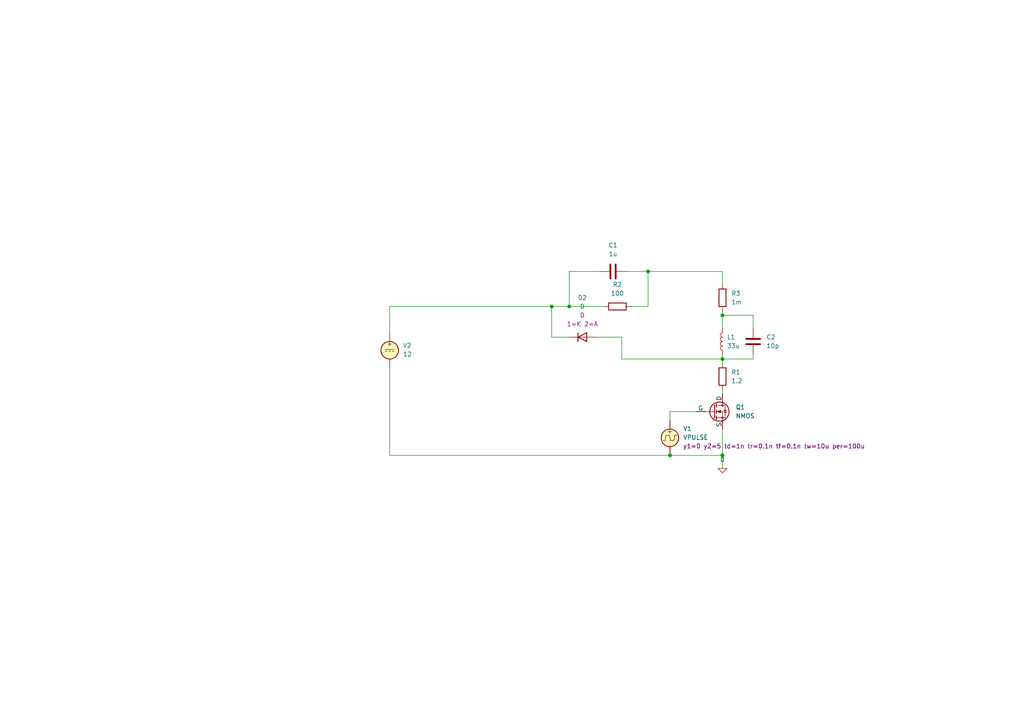
<source format=kicad_sch>
(kicad_sch (version 20230121) (generator eeschema)
  (paper "A4")
  (lib_symbols
    (symbol "Device:C" (pin_numbers hide) (pin_names (offset 0.254))
      (property "Reference" "C" (at 0.635 2.54 0))
      (property "Value" "C" (at 0.635 -2.54 0))
      (symbol "C_0_1"
        (polyline (pts (xy -2.032 -0.762) (xy 2.032 -0.762)) (stroke (width 0.508)))
        (polyline (pts (xy -2.032 0.762) (xy 2.032 0.762)) (stroke (width 0.508)))
      )
      (symbol "C_1_1"
        (pin passive line (at 0 3.81 270) (length 2.794) (name "~") (number "1"))
        (pin passive line (at 0 -3.81 90) (length 2.794) (name "~") (number "2"))
      )
    )
    (symbol "Device:L" (pin_numbers hide) (pin_names (offset 1.016) hide)
      (property "Reference" "L" (at -1.27 0 90))
      (property "Value" "L" (at 1.905 0 90))
      (symbol "L_0_1"
        (arc (start 0 -2.54) (mid 0.6323 -1.905) (end 0 -1.27))
        (arc (start 0 -1.27) (mid 0.6323 -0.635) (end 0 0))
        (arc (start 0 0) (mid 0.6323 0.635) (end 0 1.27))
        (arc (start 0 1.27) (mid 0.6323 1.905) (end 0 2.54))
      )
      (symbol "L_1_1"
        (pin passive line (at 0 3.81 270) (length 1.27) (name "1") (number "1"))
        (pin passive line (at 0 -3.81 90) (length 1.27) (name "2") (number "2"))
      )
    )
    (symbol "Device:R" (pin_numbers hide) (pin_names (offset 0))
      (property "Reference" "R" (at 2.032 0 90))
      (property "Value" "R" (at 0 0 90))
      (symbol "R_0_1"
        (rectangle (start -1.016 -2.54) (end 1.016 2.54) (stroke (width 0.254)))
      )
      (symbol "R_1_1"
        (pin passive line (at 0 3.81 270) (length 1.27) (name "~") (number "1"))
        (pin passive line (at 0 -3.81 90) (length 1.27) (name "~") (number "2"))
      )
    )
    (symbol "Simulation_SPICE:0" (power) (pin_names (offset 0))
      (property "Value" "0" (at 0 -1.778 0))
      (symbol "0_0_1"
        (polyline (pts (xy -1.27 0) (xy 0 -1.27) (xy 1.27 0) (xy -1.27 0)))
      )
      (symbol "0_1_1"
        (pin power_in line (at 0 0 0) (length 0) hide (name "0") (number "1"))
      )
    )
    (symbol "Simulation_SPICE:D" (pin_numbers hide) (pin_names (offset 1.016) hide)
      (property "Reference" "D" (at 0 2.54 0))
      (property "Value" "D" (at 0 -2.54 0))
      (property "Sim.Device" "D" (at 0 0 0))
      (property "Sim.Pins" "1=K 2=A" (at 0 0 0))
      (symbol "D_0_1"
        (polyline (pts (xy -1.27 1.27) (xy -1.27 -1.27)) (stroke (width 0.254)))
        (polyline (pts (xy 1.27 0) (xy -1.27 0)))
        (polyline (pts (xy 1.27 1.27) (xy 1.27 -1.27) (xy -1.27 0) (xy 1.27 1.27)) (stroke (width 0.254)))
      )
      (symbol "D_1_1"
        (pin passive line (at -3.81 0 0) (length 2.54) (name "K") (number "1"))
        (pin passive line (at 3.81 0 180) (length 2.54) (name "A") (number "2"))
      )
    )
    (symbol "Simulation_SPICE:NMOS" (pin_numbers hide) (pin_names (offset 0))
      (property "Reference" "Q" (at 5.08 1.27 0))
      (property "Value" "NMOS" (at 5.08 -1.27 0))
      (symbol "NMOS_0_1"
        (polyline (pts (xy 0.254 0) (xy -2.54 0)))
        (polyline (pts (xy 0.254 1.905) (xy 0.254 -1.905)) (stroke (width 0.254)))
        (polyline (pts (xy 0.762 -1.27) (xy 0.762 -2.286)) (stroke (width 0.254)))
        (polyline (pts (xy 0.762 0.508) (xy 0.762 -0.508)) (stroke (width 0.254)))
        (polyline (pts (xy 0.762 2.286) (xy 0.762 1.27)) (stroke (width 0.254)))
        (polyline (pts (xy 2.54 2.54) (xy 2.54 1.778)))
        (polyline (pts (xy 2.54 -2.54) (xy 2.54 0) (xy 0.762 0)))
        (polyline (pts (xy 0.762 -1.778) (xy 3.302 -1.778) (xy 3.302 1.778) (xy 0.762 1.778)))
        (polyline (pts (xy 1.016 0) (xy 2.032 0.381) (xy 2.032 -0.381) (xy 1.016 0)) (fill (type outline)))
        (polyline (pts (xy 2.794 0.508) (xy 2.921 0.381) (xy 3.683 0.381) (xy 3.81 0.254)))
        (polyline (pts (xy 3.302 0.381) (xy 2.921 -0.254) (xy 3.683 -0.254) (xy 3.302 0.381)))
        (circle (center 1.651 0) (radius 2.794) (stroke (width 0.254)))
        (circle (center 2.54 -1.778) (radius 0.254) (fill (type outline)))
        (circle (center 2.54 1.778) (radius 0.254) (fill (type outline)))
      )
      (symbol "NMOS_1_1"
        (pin passive line (at 2.54 5.08 270) (length 2.54) (name "D") (number "1"))
        (pin input line (at -5.08 0 0) (length 2.54) (name "G") (number "2"))
        (pin passive line (at 2.54 -5.08 90) (length 2.54) (name "S") (number "3"))
      )
    )
    (symbol "Simulation_SPICE:VDC" (pin_numbers hide) (pin_names (offset 0.0254))
      (property "Reference" "V" (at 2.54 2.54 0))
      (property "Value" "1" (at 2.54 0 0))
      (symbol "VDC_0_0"
        (polyline (pts (xy -1.27 0.254) (xy 1.27 0.254)))
        (polyline (pts (xy -0.762 -0.254) (xy -1.27 -0.254)))
        (polyline (pts (xy 0.254 -0.254) (xy -0.254 -0.254)))
        (polyline (pts (xy 1.27 -0.254) (xy 0.762 -0.254)))
        (text "+" (at 0 1.905 0) (effects (font (size 1.27 1.27))))
      )
      (symbol "VDC_0_1"
        (circle (center 0 0) (radius 2.54) (stroke (width 0.254)) (fill (type background)))
      )
      (symbol "VDC_1_1"
        (pin passive line (at 0 5.08 270) (length 2.54) (name "~") (number "1"))
        (pin passive line (at 0 -5.08 90) (length 2.54) (name "~") (number "2"))
      )
    )
    (symbol "Simulation_SPICE:VPULSE" (pin_numbers hide) (pin_names (offset 0.0254))
      (property "Reference" "V" (at 2.54 2.54 0))
      (property "Value" "VPULSE" (at 2.54 0 0))
      (property "Sim.Params" "y1=0 y2=1 td=2n tr=2n tf=2n tw=50n per=100n" (at 2.54 -2.54 0))
      (symbol "VPULSE_0_0"
        (polyline (pts (xy -2.032 -0.762) (xy -1.397 -0.762) (xy -1.143 0.762) (xy -0.127 0.762) (xy 0.127 -0.762) (xy 1.143 -0.762) (xy 1.397 0.762) (xy 2.032 0.762)))
        (text "+" (at 0 1.905 0) (effects (font (size 1.27 1.27))))
      )
      (symbol "VPULSE_0_1"
        (circle (center 0 0) (radius 2.54) (stroke (width 0.254)) (fill (type background)))
      )
      (symbol "VPULSE_1_1"
        (pin passive line (at 0 5.08 270) (length 2.54) (name "~") (number "1"))
        (pin passive line (at 0 -5.08 90) (length 2.54) (name "~") (number "2"))
      )
    )
  )
  (junction (at 194.31 132.08))
  (junction (at 187.96 78.74))
  (junction (at 209.55 132.08))
  (junction (at 209.55 91.44))
  (junction (at 160.02 88.9))
  (junction (at 209.55 104.14))
  (junction (at 165.1 88.9))
  (wire (pts (xy 209.55 91.44) (xy 209.55 95.25)))
  (wire (pts (xy 218.44 102.87) (xy 218.44 104.14)))
  (wire (pts (xy 113.03 132.08) (xy 194.31 132.08)))
  (wire (pts (xy 209.55 90.17) (xy 209.55 91.44)))
  (wire (pts (xy 209.55 78.74) (xy 209.55 82.55)))
  (wire (pts (xy 180.34 97.79) (xy 180.34 104.14)))
  (wire (pts (xy 187.96 78.74) (xy 187.96 88.9)))
  (wire (pts (xy 172.72 97.79) (xy 180.34 97.79)))
  (wire (pts (xy 160.02 97.79) (xy 160.02 88.9)))
  (wire (pts (xy 182.88 88.9) (xy 187.96 88.9)))
  (wire (pts (xy 181.61 78.74) (xy 187.96 78.74)))
  (wire (pts (xy 194.31 132.08) (xy 209.55 132.08)))
  (wire (pts (xy 173.99 78.74) (xy 165.1 78.74)))
  (wire (pts (xy 209.55 104.14) (xy 209.55 105.41)))
  (wire (pts (xy 209.55 132.08) (xy 209.55 135.89)))
  (wire (pts (xy 165.1 97.79) (xy 160.02 97.79)))
  (wire (pts (xy 209.55 113.03) (xy 209.55 114.3)))
  (wire (pts (xy 218.44 95.25) (xy 218.44 91.44)))
  (wire (pts (xy 218.44 91.44) (xy 209.55 91.44)))
  (wire (pts (xy 194.31 119.38) (xy 194.31 121.92)))
  (wire (pts (xy 113.03 88.9) (xy 160.02 88.9)))
  (wire (pts (xy 201.93 119.38) (xy 194.31 119.38)))
  (wire (pts (xy 187.96 78.74) (xy 209.55 78.74)))
  (wire (pts (xy 160.02 88.9) (xy 165.1 88.9)))
  (wire (pts (xy 209.55 102.87) (xy 209.55 104.14)))
  (wire (pts (xy 113.03 106.68) (xy 113.03 132.08)))
  (wire (pts (xy 113.03 96.52) (xy 113.03 88.9)))
  (wire (pts (xy 165.1 78.74) (xy 165.1 88.9)))
  (wire (pts (xy 209.55 124.46) (xy 209.55 132.08)))
  (wire (pts (xy 218.44 104.14) (xy 209.55 104.14)))
  (wire (pts (xy 180.34 104.14) (xy 209.55 104.14)))
  (wire (pts (xy 165.1 88.9) (xy 175.26 88.9)))
  (symbol (lib_id "Device:C") (at 218.44 99.06 0) (unit 1)
    (property "Reference" "C2" (at 222.25 97.79 0) (effects (justify left)))
    (property "Value" "10p" (at 222.25 100.33 0) (effects (justify left)))
  )
  (symbol (lib_id "Device:R") (at 179.07 88.9 270) (unit 1)
    (property "Reference" "R2" (at 179.07 82.55 90))
    (property "Value" "100" (at 179.07 85.09 90))
  )
  (symbol (lib_id "Device:L") (at 209.55 99.06 180) (unit 1)
    (property "Reference" "L1" (at 210.82 97.79 0) (effects (justify right)))
    (property "Value" "33u" (at 210.82 100.33 0) (effects (justify right)))
  )
  (symbol (lib_id "Simulation_SPICE:NMOS") (at 207.01 119.38 0) (unit 1)
    (property "Reference" "Q1" (at 213.36 118.11 0) (effects (justify left)))
    (property "Value" "NMOS" (at 213.36 120.65 0) (effects (justify left)))
    (property "Datasheet" "https://ngspice.sourceforge.io/docs/ngspice-manual.pdf" (effects hide))
    (property "Sim.Device" "NMOS" (effects hide))
    (property "Sim.Type" "VDMOS" (effects hide))
    (property "Sim.Pins" "1=D 2=G 3=S" (effects hide))
  )
  (symbol (lib_id "Simulation_SPICE:VDC") (at 113.03 101.6 0) (unit 1)
    (property "Reference" "V2" (at 116.84 100.2002 0) (effects (justify left)))
    (property "Value" "12" (at 116.84 102.7402 0) (effects (justify left)))
    (property "Sim.Pins" "1=+ 2=-" (effects hide))
    (property "Sim.Type" "DC" (effects hide))
    (property "Sim.Device" "V" (effects hide))
  )
  (symbol (lib_id "Simulation_SPICE:0") (at 209.55 135.89 0) (unit 1)
    (property "Reference" "#GND01" (effects hide))
    (property "Value" "0" (at 209.55 133.35 0))
  )
  (symbol (lib_id "Device:C") (at 177.8 78.74 90) (unit 1)
    (property "Reference" "C1" (at 177.8 71.12 90))
    (property "Value" "1u" (at 177.8 73.66 90))
  )
  (symbol (lib_id "Device:R") (at 209.55 86.36 0) (unit 1)
    (property "Reference" "R3" (at 212.09 85.09 0) (effects (justify left)))
    (property "Value" "1m" (at 212.09 87.63 0) (effects (justify left)))
  )
  (symbol (lib_id "Simulation_SPICE:VPULSE") (at 194.31 127 0) (unit 1)
    (property "Reference" "V1" (at 198.12 124.3302 0) (effects (justify left)))
    (property "Value" "VPULSE" (at 198.12 126.8702 0) (effects (justify left)))
    (property "Sim.Pins" "1=+ 2=-" (effects hide))
    (property "Sim.Type" "PULSE" (effects hide))
    (property "Sim.Device" "V" (effects hide))
    (property "Sim.Params" "y1=0 y2=5 td=1n tr=0.1n tf=0.1n tw=10u per=100u" (at 198.12 129.4102 0) (effects (justify left)))
  )
  (symbol (lib_id "Device:R") (at 209.55 109.22 180) (unit 1)
    (property "Reference" "R1" (at 212.09 107.95 0) (effects (justify right)))
    (property "Value" "1.2" (at 212.09 110.49 0) (effects (justify right)))
  )
  (symbol (lib_id "Simulation_SPICE:D") (at 168.91 97.79 0) (unit 1)
    (property "Reference" "D2" (at 168.91 86.36 0))
    (property "Value" "D" (at 168.91 88.9 0))
    (property "Sim.Device" "D" (at 168.91 91.44 0))
    (property "Sim.Pins" "1=K 2=A" (at 168.91 93.98 0))
  )
)
</source>
